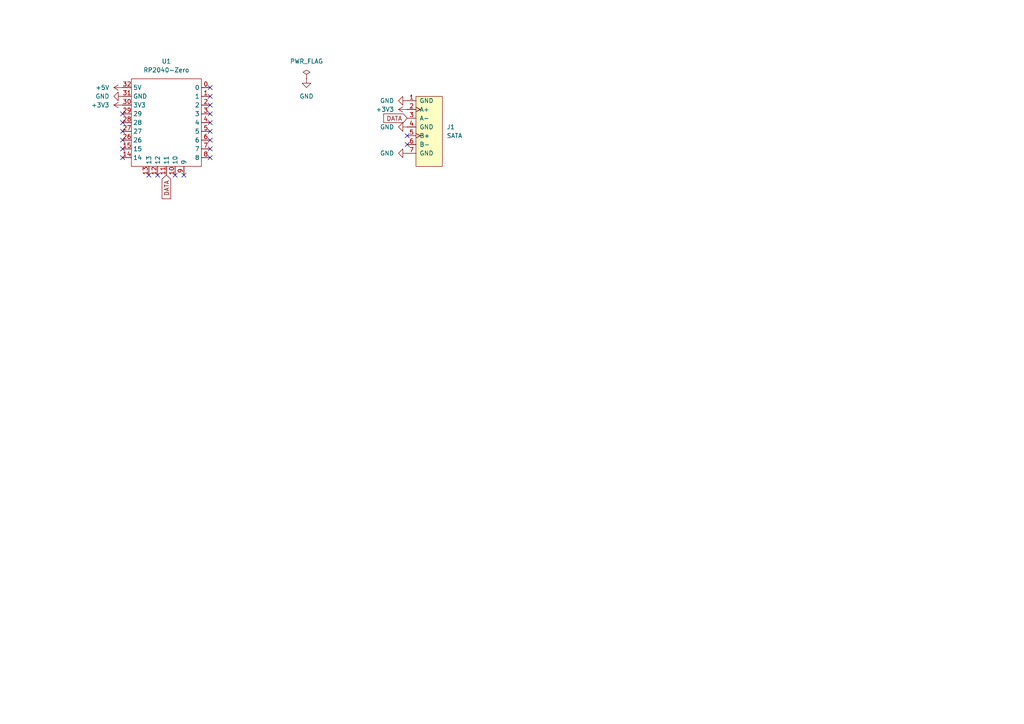
<source format=kicad_sch>
(kicad_sch (version 20231120) (generator "eeschema") (generator_version "8.0")
  (paper "A4")
  (lib_symbols
    (symbol "isw-connector:SATA" (pin_names (offset 1.016))
      (property "Reference" "J" (at 3.302 9.144 0))
      (property "Value" "SATA" (at 3.556 6.858 0))
      (symbol "SATA_0_1"
        (rectangle (start 0 5.08) (end 7.62 -15.24) (fill (type background)))
      )
      (symbol "SATA_1_1"
        (pin power_in line (at -2.54 3.81 0) (length 2.54) (name "GND") (number "1"))
        (pin input clock (at -2.54 1.27 0) (length 2.54) (name "A+") (number "2"))
        (pin input line (at -2.54 -1.27 0) (length 2.54) (name "A-") (number "3"))
        (pin power_in line (at -2.54 -3.81 0) (length 2.54) (name "GND") (number "4"))
        (pin input clock (at -2.54 -6.35 0) (length 2.54) (name "B+") (number "5"))
        (pin input line (at -2.54 -8.89 0) (length 2.54) (name "B-") (number "6"))
        (pin power_in line (at -2.54 -11.43 0) (length 2.54) (name "GND") (number "7"))
      )
    )
    (symbol "isw-mcu:RP2040-Zero"
      (property "Reference" "U" (at 0 17.78 0))
      (property "Value" "RP2040-Zero" (at 0 15.24 0))
      (symbol "RP2040-Zero_0_1"
        (rectangle (start -10.16 12.7) (end 10.16 -12.7))
      )
      (symbol "RP2040-Zero_1_1"
        (pin tri_state line (at 12.7 10.16 180) (length 2.54) (name "0") (number "0"))
        (pin bidirectional line (at 12.7 7.62 180) (length 2.54) (name "1") (number "1"))
        (pin bidirectional line (at 2.54 -15.24 90) (length 2.54) (name "10") (number "10"))
        (pin bidirectional line (at 0 -15.24 90) (length 2.54) (name "11") (number "11"))
        (pin bidirectional line (at -2.54 -15.24 90) (length 2.54) (name "12") (number "12"))
        (pin bidirectional line (at -5.08 -15.24 90) (length 2.54) (name "13") (number "13"))
        (pin bidirectional line (at -12.7 -10.16 0) (length 2.54) (name "14") (number "14"))
        (pin bidirectional line (at -12.7 -7.62 0) (length 2.54) (name "15") (number "15"))
        (pin bidirectional line (at 12.7 5.08 180) (length 2.54) (name "2") (number "2"))
        (pin bidirectional line (at -12.7 -5.08 0) (length 2.54) (name "26") (number "26"))
        (pin bidirectional line (at -12.7 -2.54 0) (length 2.54) (name "27") (number "27"))
        (pin bidirectional line (at -12.7 0 0) (length 2.54) (name "28") (number "28"))
        (pin bidirectional line (at -12.7 2.54 0) (length 2.54) (name "29") (number "29"))
        (pin bidirectional line (at 12.7 2.54 180) (length 2.54) (name "3") (number "3"))
        (pin power_out line (at -12.7 5.08 0) (length 2.54) (name "3V3") (number "30"))
        (pin power_in line (at -12.7 7.62 0) (length 2.54) (name "GND") (number "31"))
        (pin power_out line (at -12.7 10.16 0) (length 2.54) (name "5V") (number "32"))
        (pin bidirectional line (at 12.7 0 180) (length 2.54) (name "4") (number "4"))
        (pin bidirectional line (at 12.7 -2.54 180) (length 2.54) (name "5") (number "5"))
        (pin bidirectional line (at 12.7 -5.08 180) (length 2.54) (name "6") (number "6"))
        (pin bidirectional line (at 12.7 -7.62 180) (length 2.54) (name "7") (number "7"))
        (pin bidirectional line (at 12.7 -10.16 180) (length 2.54) (name "8") (number "8"))
        (pin bidirectional line (at 5.08 -15.24 90) (length 2.54) (name "9") (number "9"))
      )
    )
    (symbol "power:+3V3" (power) (pin_numbers hide) (pin_names (offset 0) hide)
      (property "Value" "+3V3" (at 0 3.556 0))
      (symbol "+3V3_0_1"
        (polyline (pts (xy -0.762 1.27) (xy 0 2.54)))
        (polyline (pts (xy 0 0) (xy 0 2.54)))
        (polyline (pts (xy 0 2.54) (xy 0.762 1.27)))
      )
      (symbol "+3V3_1_1"
        (pin power_in line (at 0 0 90) (length 0) (name "~") (number "1"))
      )
    )
    (symbol "power:+5V" (power) (pin_numbers hide) (pin_names (offset 0) hide)
      (property "Value" "+5V" (at 0 3.556 0))
      (symbol "+5V_0_1"
        (polyline (pts (xy -0.762 1.27) (xy 0 2.54)))
        (polyline (pts (xy 0 0) (xy 0 2.54)))
        (polyline (pts (xy 0 2.54) (xy 0.762 1.27)))
      )
      (symbol "+5V_1_1"
        (pin power_in line (at 0 0 90) (length 0) (name "~") (number "1"))
      )
    )
    (symbol "power:GND" (power) (pin_numbers hide) (pin_names (offset 0) hide)
      (property "Value" "GND" (at 0 -3.81 0))
      (symbol "GND_0_1"
        (polyline (pts (xy 0 0) (xy 0 -1.27) (xy 1.27 -1.27) (xy 0 -2.54) (xy -1.27 -1.27) (xy 0 -1.27)))
      )
      (symbol "GND_1_1"
        (pin power_in line (at 0 0 270) (length 0) (name "~") (number "1"))
      )
    )
    (symbol "power:PWR_FLAG" (power) (pin_numbers hide) (pin_names (offset 0) hide)
      (property "Value" "PWR_FLAG" (at 0 3.81 0))
      (symbol "PWR_FLAG_0_0"
        (pin power_out line (at 0 0 90) (length 0) (name "~") (number "1"))
      )
      (symbol "PWR_FLAG_0_1"
        (polyline (pts (xy 0 0) (xy 0 1.27) (xy -1.016 1.905) (xy 0 2.54) (xy 1.016 1.905) (xy 0 1.27)))
      )
    )
  )
  (no_connect (at 35.56 43.18))
  (no_connect (at 35.56 38.1))
  (no_connect (at 35.56 45.72))
  (no_connect (at 43.18 50.8))
  (no_connect (at 60.96 35.56))
  (no_connect (at 53.34 50.8))
  (no_connect (at 35.56 35.56))
  (no_connect (at 60.96 43.18))
  (no_connect (at 45.72 50.8))
  (no_connect (at 60.96 38.1))
  (no_connect (at 60.96 33.02))
  (no_connect (at 50.8 50.8))
  (no_connect (at 60.96 25.4))
  (no_connect (at 60.96 45.72))
  (no_connect (at 35.56 33.02))
  (no_connect (at 60.96 40.64))
  (no_connect (at 60.96 27.94))
  (no_connect (at 118.11 41.91))
  (no_connect (at 60.96 30.48))
  (no_connect (at 35.56 40.64))
  (no_connect (at 118.11 39.37))
  (global_label "DATA" (shape input) (at 118.11 34.29 180) (property "Intersheetrefs" "${INTERSHEET_REFS}" (effects (hide yes))))
  (global_label "DATA" (shape input) (at 48.26 50.8 270) (property "Intersheetrefs" "${INTERSHEET_REFS}" (effects (hide yes))))
  (symbol (lib_id "power:+3V3") (at 35.56 30.48 90) (unit 1)
    (property "Reference" "#PWR05" (effects (hide yes)))
    (property "Value" "+3V3" (at 31.75 30.48 90) (effects (justify left)))
    (property "Description" "Power symbol creates a global label with name \"+3V3\"" (effects (hide yes)))
  )
  (symbol (lib_id "power:GND") (at 118.11 29.21 270) (unit 1)
    (property "Reference" "#PWR04" (effects (hide yes)))
    (property "Value" "GND" (at 114.3 29.2099 90) (effects (justify right)))
    (property "Description" "Power symbol creates a global label with name \"GND\" , ground" (effects (hide yes)))
  )
  (symbol (lib_id "power:PWR_FLAG") (at 88.9 22.86 0) (unit 1)
    (property "Reference" "#FLG01" (effects (hide yes)))
    (property "Value" "PWR_FLAG" (at 88.9 17.78 0))
    (property "Description" "Special symbol for telling ERC where power comes from" (effects (hide yes)))
  )
  (symbol (lib_id "power:+5V") (at 35.56 25.4 90) (unit 1)
    (property "Reference" "#PWR02" (effects (hide yes)))
    (property "Value" "+5V" (at 31.75 25.4 90) (effects (justify left)))
    (property "Description" "Power symbol creates a global label with name \"+5V\"" (effects (hide yes)))
  )
  (symbol (lib_id "power:GND") (at 35.56 27.94 270) (unit 1)
    (property "Reference" "#PWR03" (effects (hide yes)))
    (property "Value" "GND" (at 31.75 27.94 90) (effects (justify right)))
    (property "Description" "Power symbol creates a global label with name \"GND\" , ground" (effects (hide yes)))
  )
  (symbol (lib_id "power:+3V3") (at 118.11 31.75 90) (unit 1)
    (property "Reference" "#PWR06" (effects (hide yes)))
    (property "Value" "+3V3" (at 114.3 31.75 90) (effects (justify left)))
    (property "Description" "Power symbol creates a global label with name \"+3V3\"" (effects (hide yes)))
  )
  (symbol (lib_id "power:GND") (at 118.11 44.45 270) (unit 1)
    (property "Reference" "#PWR08" (effects (hide yes)))
    (property "Value" "GND" (at 114.3 44.4499 90) (effects (justify right)))
    (property "Description" "Power symbol creates a global label with name \"GND\" , ground" (effects (hide yes)))
  )
  (symbol (lib_id "power:GND") (at 88.9 22.86 0) (unit 1)
    (property "Reference" "#PWR01" (effects (hide yes)))
    (property "Value" "GND" (at 88.9 27.94 0))
    (property "Description" "Power symbol creates a global label with name \"GND\" , ground" (effects (hide yes)))
  )
  (symbol (lib_id "isw-mcu:RP2040-Zero") (at 48.26 35.56 0) (unit 1)
    (property "Reference" "U1" (at 48.26 17.78 0))
    (property "Value" "RP2040-Zero" (at 48.26 20.32 0))
    (property "Footprint" "isw-kbd:RP2040-Zero" (effects (hide yes)))
  )
  (symbol (lib_id "power:GND") (at 118.11 36.83 270) (unit 1)
    (property "Reference" "#PWR07" (effects (hide yes)))
    (property "Value" "GND" (at 114.3 36.8299 90) (effects (justify right)))
    (property "Description" "Power symbol creates a global label with name \"GND\" , ground" (effects (hide yes)))
  )
  (symbol (lib_id "isw-connector:SATA") (at 120.65 33.02 0) (unit 1)
    (property "Reference" "J1" (at 129.54 36.8299 0) (effects (justify left)))
    (property "Value" "SATA" (at 129.54 39.3699 0) (effects (justify left)))
    (property "Footprint" "isw-kbd:SATA_Connector_Reversible" (effects (hide yes)))
  )
)
</source>
